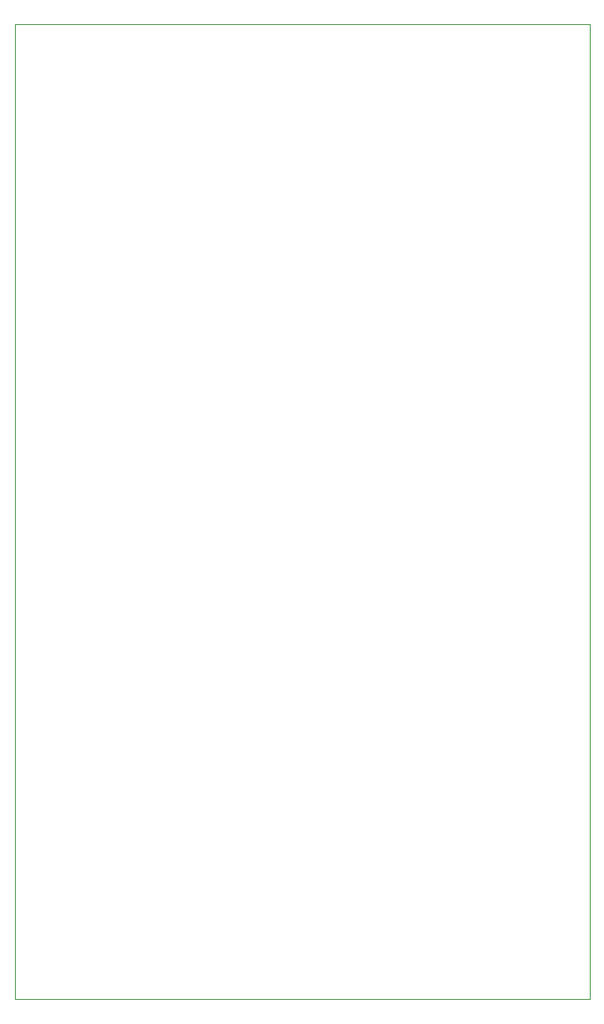
<source format=gbr>
G04 #@! TF.GenerationSoftware,KiCad,Pcbnew,5.1.6-c6e7f7d~87~ubuntu18.04.1*
G04 #@! TF.CreationDate,2020-08-19T11:35:40-04:00*
G04 #@! TF.ProjectId,filter_carrier_board,66696c74-6572-45f6-9361-72726965725f,1.2*
G04 #@! TF.SameCoordinates,Original*
G04 #@! TF.FileFunction,Profile,NP*
%FSLAX46Y46*%
G04 Gerber Fmt 4.6, Leading zero omitted, Abs format (unit mm)*
G04 Created by KiCad (PCBNEW 5.1.6-c6e7f7d~87~ubuntu18.04.1) date 2020-08-19 11:35:40*
%MOMM*%
%LPD*%
G01*
G04 APERTURE LIST*
G04 #@! TA.AperFunction,Profile*
%ADD10C,0.050000*%
G04 #@! TD*
G04 APERTURE END LIST*
D10*
X161290000Y-146050000D02*
X102870000Y-146050000D01*
X102870000Y-46990000D02*
X161290000Y-46990000D01*
X161290000Y-146050000D02*
X161290000Y-46990000D01*
X102870000Y-46990000D02*
X102870000Y-146050000D01*
M02*

</source>
